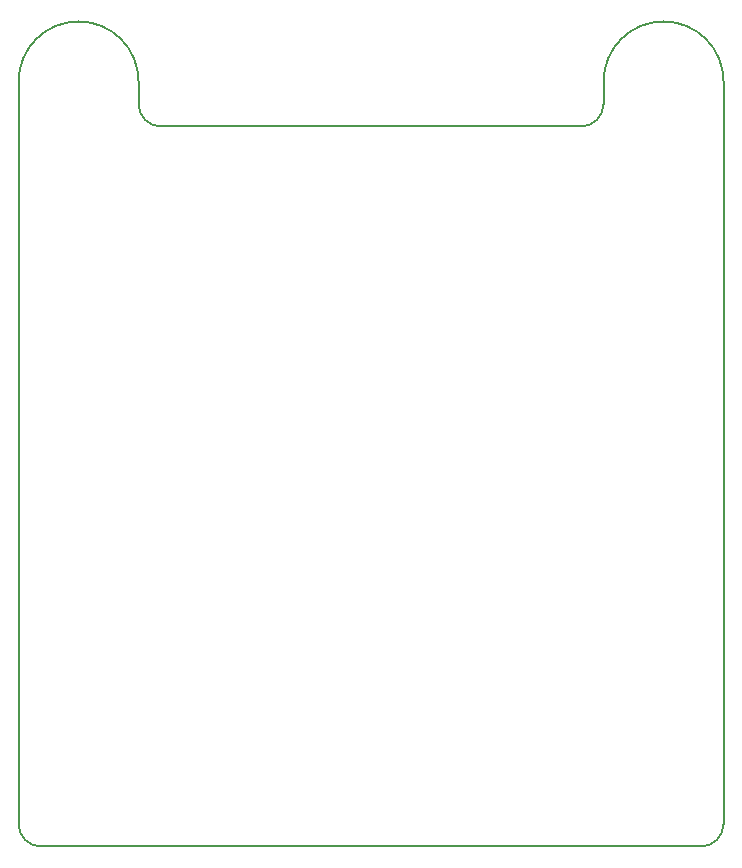
<source format=gbr>
%TF.GenerationSoftware,KiCad,Pcbnew,(5.99.0-3294-g9c46e491e)*%
%TF.CreationDate,2020-11-17T05:13:20-05:00*%
%TF.ProjectId,mobile-tag,6d6f6269-6c65-42d7-9461-672e6b696361,rev?*%
%TF.SameCoordinates,Original*%
%TF.FileFunction,Profile,NP*%
%FSLAX46Y46*%
G04 Gerber Fmt 4.6, Leading zero omitted, Abs format (unit mm)*
G04 Created by KiCad (PCBNEW (5.99.0-3294-g9c46e491e)) date 2020-11-17 05:13:20*
%MOMM*%
%LPD*%
G01*
G04 APERTURE LIST*
%TA.AperFunction,Profile*%
%ADD10C,0.150000*%
%TD*%
G04 APERTURE END LIST*
D10*
X114300000Y-45085000D02*
X149860000Y-45085000D01*
X161925000Y-104140000D02*
X161925000Y-41275000D01*
X104140000Y-106045000D02*
X160020000Y-106045000D01*
X149860000Y-45085000D02*
G75*
G03*
X151765000Y-43180000I0J1905000D01*
G01*
X102235000Y-104140000D02*
X102235000Y-41275000D01*
X160020000Y-106045000D02*
G75*
G03*
X161925000Y-104140000I0J1905000D01*
G01*
X112395000Y-41275000D02*
G75*
G03*
X102235000Y-41275000I-5080000J0D01*
G01*
X114300000Y-45085000D02*
G75*
G02*
X112395000Y-43180000I0J1905000D01*
G01*
X112395000Y-41275000D02*
X112395000Y-43180000D01*
X161925000Y-41275000D02*
G75*
G03*
X151765000Y-41275000I-5080000J0D01*
G01*
X104140000Y-106045000D02*
G75*
G02*
X102235000Y-104140000I0J1905000D01*
G01*
X151765000Y-43180000D02*
X151765000Y-41275000D01*
M02*

</source>
